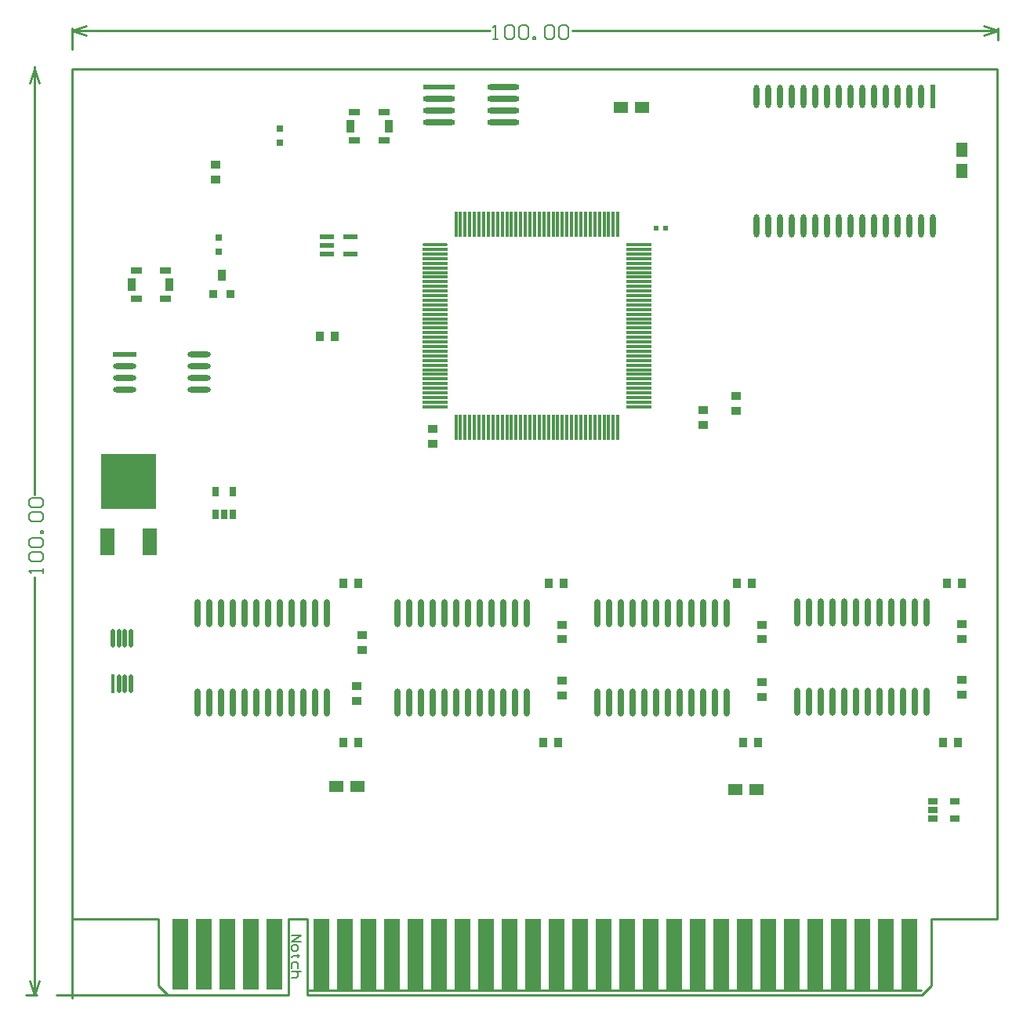
<source format=gtp>
G04*
G04 #@! TF.GenerationSoftware,Altium Limited,CircuitStudio,1.5.2 (30)*
G04*
G04 Layer_Color=7318015*
%FSLAX25Y25*%
%MOIN*%
G70*
G01*
G75*
%ADD10R,0.02362X0.02362*%
%ADD11R,0.06500X0.30000*%
%ADD12R,0.03740X0.03937*%
%ADD13R,0.03937X0.02756*%
%ADD14R,0.13780X0.02362*%
%ADD15O,0.13780X0.02362*%
%ADD16R,0.03600X0.05000*%
%ADD17R,0.03600X0.03600*%
%ADD18O,0.02362X0.09843*%
%ADD19R,0.02362X0.09843*%
%ADD20R,0.03937X0.03740*%
%ADD21R,0.01772X0.07874*%
%ADD22O,0.01772X0.07874*%
%ADD23O,0.02400X0.11937*%
%ADD24R,0.06000X0.05000*%
%ADD25R,0.05000X0.06000*%
%ADD26R,0.03150X0.03150*%
%ADD27R,0.04528X0.02953*%
%ADD28R,0.03543X0.05512*%
%ADD29O,0.09843X0.02362*%
%ADD30R,0.09843X0.02362*%
%ADD31R,0.02756X0.03937*%
%ADD32R,0.01181X0.10827*%
%ADD33R,0.10827X0.01181*%
%ADD34O,0.10827X0.01181*%
%ADD35R,0.06299X0.11811*%
%ADD36R,0.23622X0.23622*%
%ADD37R,0.05906X0.02362*%
%ADD38C,0.01000*%
%ADD45C,0.00800*%
%ADD46C,0.00600*%
D10*
X561484Y1461000D02*
D03*
X557547D02*
D03*
D11*
X625000Y1152500D02*
D03*
X615000D02*
D03*
X605000D02*
D03*
X595000D02*
D03*
X585000D02*
D03*
X575000D02*
D03*
X565000D02*
D03*
X555000D02*
D03*
X545000D02*
D03*
X535000D02*
D03*
X525000D02*
D03*
X515000D02*
D03*
X505000D02*
D03*
X495000D02*
D03*
X485000D02*
D03*
X475000D02*
D03*
X465000D02*
D03*
X455000D02*
D03*
X445000D02*
D03*
X435000D02*
D03*
X425000D02*
D03*
X415000D02*
D03*
X385000D02*
D03*
X375000D02*
D03*
X365000D02*
D03*
X355000D02*
D03*
X635000D02*
D03*
X645000D02*
D03*
X655000D02*
D03*
X665000D02*
D03*
X395000D02*
D03*
D12*
X414350Y1415000D02*
D03*
X420650D02*
D03*
X681201Y1310000D02*
D03*
X687500D02*
D03*
X594500Y1242250D02*
D03*
X600799D02*
D03*
X509500D02*
D03*
X515799D02*
D03*
X598150Y1310000D02*
D03*
X591850D02*
D03*
X511850D02*
D03*
X518150D02*
D03*
X679500Y1242500D02*
D03*
X685799D02*
D03*
X424500Y1310000D02*
D03*
X430799D02*
D03*
Y1242250D02*
D03*
X424500D02*
D03*
D13*
X675000Y1217500D02*
D03*
Y1213760D02*
D03*
Y1210020D02*
D03*
X684449Y1217500D02*
D03*
Y1210020D02*
D03*
D14*
X464937Y1521000D02*
D03*
D15*
Y1516000D02*
D03*
Y1511000D02*
D03*
Y1506000D02*
D03*
X492496Y1521000D02*
D03*
Y1516000D02*
D03*
Y1511000D02*
D03*
Y1506000D02*
D03*
D16*
X372800Y1441000D02*
D03*
D17*
X369000Y1433000D02*
D03*
X376500D02*
D03*
D18*
X600000Y1461882D02*
D03*
X605000D02*
D03*
X610000D02*
D03*
X615000D02*
D03*
X620000D02*
D03*
X625000D02*
D03*
X630000D02*
D03*
X635000D02*
D03*
X640000D02*
D03*
X645000D02*
D03*
X650000D02*
D03*
X655000D02*
D03*
X660000D02*
D03*
X665000D02*
D03*
X670000D02*
D03*
X675000D02*
D03*
X600000Y1517000D02*
D03*
X605000D02*
D03*
X610000D02*
D03*
X615000D02*
D03*
X620000D02*
D03*
X625000D02*
D03*
X630000D02*
D03*
X635000D02*
D03*
X640000D02*
D03*
X645000D02*
D03*
X650000D02*
D03*
X655000D02*
D03*
X660000D02*
D03*
X665000D02*
D03*
X670000D02*
D03*
D19*
X675000D02*
D03*
D20*
X432500Y1288150D02*
D03*
Y1281850D02*
D03*
X517500Y1262500D02*
D03*
Y1268799D02*
D03*
Y1286201D02*
D03*
Y1292500D02*
D03*
X602500Y1261701D02*
D03*
Y1268000D02*
D03*
Y1286201D02*
D03*
Y1292500D02*
D03*
X687500Y1262750D02*
D03*
Y1269049D02*
D03*
Y1286451D02*
D03*
Y1292750D02*
D03*
X430000Y1260000D02*
D03*
Y1266299D02*
D03*
X591500Y1389650D02*
D03*
Y1383350D02*
D03*
X462500Y1369350D02*
D03*
Y1375650D02*
D03*
X370000Y1488150D02*
D03*
Y1481850D02*
D03*
X577500Y1383650D02*
D03*
Y1377350D02*
D03*
D21*
X326437Y1267500D02*
D03*
D22*
X328996D02*
D03*
X331555D02*
D03*
X334114D02*
D03*
X326437Y1286791D02*
D03*
X328996D02*
D03*
X331555D02*
D03*
X334114D02*
D03*
D23*
X367500Y1259500D02*
D03*
X377500D02*
D03*
X382500D02*
D03*
X387500D02*
D03*
X372500D02*
D03*
X397500D02*
D03*
X392500D02*
D03*
X402500D02*
D03*
X417500D02*
D03*
X412500D02*
D03*
X407500D02*
D03*
X372500Y1297500D02*
D03*
X377500D02*
D03*
X382500D02*
D03*
X387500D02*
D03*
X392500D02*
D03*
X397500D02*
D03*
X402500D02*
D03*
X407500D02*
D03*
X412500D02*
D03*
X362500Y1259500D02*
D03*
Y1297500D02*
D03*
X367500D02*
D03*
X417500D02*
D03*
X622500Y1259750D02*
D03*
X632500D02*
D03*
X637500D02*
D03*
X642500D02*
D03*
X627500D02*
D03*
X652500D02*
D03*
X647500D02*
D03*
X657500D02*
D03*
X672500D02*
D03*
X667500D02*
D03*
X662500D02*
D03*
X627500Y1297750D02*
D03*
X632500D02*
D03*
X637500D02*
D03*
X642500D02*
D03*
X647500D02*
D03*
X652500D02*
D03*
X657500D02*
D03*
X662500D02*
D03*
X667500D02*
D03*
X617500Y1259750D02*
D03*
Y1297750D02*
D03*
X622500D02*
D03*
X672500D02*
D03*
X537500Y1259500D02*
D03*
X547500D02*
D03*
X552500D02*
D03*
X557500D02*
D03*
X542500D02*
D03*
X567500D02*
D03*
X562500D02*
D03*
X572500D02*
D03*
X587500D02*
D03*
X582500D02*
D03*
X577500D02*
D03*
X542500Y1297500D02*
D03*
X547500D02*
D03*
X552500D02*
D03*
X557500D02*
D03*
X562500D02*
D03*
X567500D02*
D03*
X572500D02*
D03*
X577500D02*
D03*
X582500D02*
D03*
X532500Y1259500D02*
D03*
Y1297500D02*
D03*
X537500D02*
D03*
X587500D02*
D03*
X502500D02*
D03*
X452500D02*
D03*
X447500D02*
D03*
Y1259500D02*
D03*
X497500Y1297500D02*
D03*
X492500D02*
D03*
X487500D02*
D03*
X482500D02*
D03*
X477500D02*
D03*
X472500D02*
D03*
X467500D02*
D03*
X462500D02*
D03*
X457500D02*
D03*
X492500Y1259500D02*
D03*
X497500D02*
D03*
X502500D02*
D03*
X487500D02*
D03*
X477500D02*
D03*
X482500D02*
D03*
X457500D02*
D03*
X472500D02*
D03*
X467500D02*
D03*
X462500D02*
D03*
X452500D02*
D03*
D24*
X430437Y1223563D02*
D03*
X421437D02*
D03*
X542437Y1512500D02*
D03*
X551437D02*
D03*
X591000Y1222500D02*
D03*
X600000D02*
D03*
D25*
X687437Y1494437D02*
D03*
Y1485437D02*
D03*
D26*
X397500Y1503405D02*
D03*
Y1497500D02*
D03*
X371500Y1456905D02*
D03*
Y1451000D02*
D03*
D27*
X348701Y1443004D02*
D03*
X336299D02*
D03*
Y1430996D02*
D03*
X348701D02*
D03*
X429173Y1498496D02*
D03*
X441575D02*
D03*
Y1510504D02*
D03*
X429173D02*
D03*
D28*
X334232Y1437000D02*
D03*
X350374D02*
D03*
X443642Y1504500D02*
D03*
X427500D02*
D03*
D29*
X362933Y1392500D02*
D03*
Y1397500D02*
D03*
Y1402500D02*
D03*
Y1407500D02*
D03*
X331437Y1392500D02*
D03*
Y1397500D02*
D03*
Y1402500D02*
D03*
D30*
Y1407500D02*
D03*
D31*
X370000Y1339500D02*
D03*
X373740D02*
D03*
X377480D02*
D03*
X370000Y1348949D02*
D03*
X377480D02*
D03*
D32*
X472244Y1462854D02*
D03*
X474213D02*
D03*
X476181D02*
D03*
X478150D02*
D03*
X480118D02*
D03*
X482087D02*
D03*
X484055D02*
D03*
X486024D02*
D03*
X487992D02*
D03*
X489961D02*
D03*
X491929D02*
D03*
X493898D02*
D03*
X495866D02*
D03*
X497835D02*
D03*
X499803D02*
D03*
X501772D02*
D03*
X503740D02*
D03*
X505709D02*
D03*
X507677D02*
D03*
X509646D02*
D03*
X511614D02*
D03*
X513583D02*
D03*
X515551D02*
D03*
X517520D02*
D03*
X519488D02*
D03*
X521457D02*
D03*
X523425D02*
D03*
X525394D02*
D03*
X527362D02*
D03*
X529331D02*
D03*
X531299D02*
D03*
X533268D02*
D03*
X535236D02*
D03*
X537205D02*
D03*
X539173D02*
D03*
X541142D02*
D03*
Y1376240D02*
D03*
X539173D02*
D03*
X537205D02*
D03*
X535236D02*
D03*
X533268D02*
D03*
X531299D02*
D03*
X529331D02*
D03*
X527362D02*
D03*
X525394D02*
D03*
X523425D02*
D03*
X521457D02*
D03*
X519488D02*
D03*
X517520D02*
D03*
X515551D02*
D03*
X513583D02*
D03*
X511614D02*
D03*
X509646D02*
D03*
X507677D02*
D03*
X505709D02*
D03*
X503740D02*
D03*
X501772D02*
D03*
X499803D02*
D03*
X497835D02*
D03*
X495866D02*
D03*
X493898D02*
D03*
X491929D02*
D03*
X489961D02*
D03*
X487992D02*
D03*
X486024D02*
D03*
X484055D02*
D03*
X482087D02*
D03*
X480118D02*
D03*
X478150D02*
D03*
X476181D02*
D03*
X474213D02*
D03*
X472244D02*
D03*
D33*
X550000Y1453996D02*
D03*
Y1452027D02*
D03*
Y1450059D02*
D03*
Y1448090D02*
D03*
Y1446122D02*
D03*
Y1444153D02*
D03*
Y1442185D02*
D03*
Y1440217D02*
D03*
Y1438248D02*
D03*
Y1436279D02*
D03*
Y1434311D02*
D03*
Y1432342D02*
D03*
Y1430374D02*
D03*
Y1428405D02*
D03*
Y1426437D02*
D03*
Y1424468D02*
D03*
Y1422500D02*
D03*
Y1420531D02*
D03*
Y1418563D02*
D03*
Y1416594D02*
D03*
Y1414626D02*
D03*
Y1412658D02*
D03*
Y1410689D02*
D03*
Y1408720D02*
D03*
Y1406752D02*
D03*
Y1404784D02*
D03*
Y1402815D02*
D03*
Y1400846D02*
D03*
Y1398878D02*
D03*
Y1396909D02*
D03*
Y1394941D02*
D03*
Y1392972D02*
D03*
Y1391004D02*
D03*
Y1389035D02*
D03*
Y1387067D02*
D03*
Y1385098D02*
D03*
X463386D02*
D03*
Y1387067D02*
D03*
Y1389035D02*
D03*
Y1391004D02*
D03*
Y1392972D02*
D03*
Y1394941D02*
D03*
Y1396909D02*
D03*
Y1398878D02*
D03*
Y1400846D02*
D03*
Y1402815D02*
D03*
Y1404784D02*
D03*
Y1406752D02*
D03*
Y1408720D02*
D03*
Y1410689D02*
D03*
Y1412658D02*
D03*
Y1414626D02*
D03*
Y1416594D02*
D03*
Y1418563D02*
D03*
Y1420531D02*
D03*
Y1422500D02*
D03*
Y1424468D02*
D03*
Y1426437D02*
D03*
Y1428405D02*
D03*
Y1430374D02*
D03*
Y1432342D02*
D03*
Y1434311D02*
D03*
Y1436279D02*
D03*
Y1438248D02*
D03*
Y1440217D02*
D03*
Y1442185D02*
D03*
Y1444153D02*
D03*
Y1446122D02*
D03*
Y1448090D02*
D03*
Y1450059D02*
D03*
Y1452027D02*
D03*
D34*
Y1453996D02*
D03*
D35*
X342165Y1327775D02*
D03*
X324055D02*
D03*
D36*
X333110Y1353366D02*
D03*
D37*
X417500Y1457500D02*
D03*
Y1453760D02*
D03*
Y1450020D02*
D03*
X427343Y1457500D02*
D03*
Y1450020D02*
D03*
D38*
X308937Y1537126D02*
Y1546000D01*
X702638Y1541063D02*
Y1546000D01*
X308937Y1545000D02*
X486592D01*
X521782D02*
X702638D01*
X308937D02*
X314937Y1543000D01*
X308937Y1545000D02*
X314937Y1547000D01*
X696638D02*
X702638Y1545000D01*
X696638Y1543000D02*
X702638Y1545000D01*
X293189Y1527701D02*
Y1529701D01*
X289252Y1135000D02*
X294189D01*
X293189Y1347845D02*
Y1528701D01*
Y1135000D02*
Y1312656D01*
X291189Y1522701D02*
X293189Y1528701D01*
X295189Y1522701D01*
X293189Y1135000D02*
X295189Y1141000D01*
X291189D02*
X293189Y1135000D01*
X409000Y1137000D02*
X670000D01*
X409000D02*
Y1167500D01*
X350000Y1135000D02*
X401000D01*
Y1137000D02*
Y1167500D01*
X409000D01*
X302500Y1135000D02*
X349700D01*
X308937Y1133563D02*
Y1167500D01*
X345700Y1139000D02*
X349700Y1135000D01*
X670300D02*
X674300Y1139000D01*
X345700D02*
Y1167500D01*
X308937D02*
X345700D01*
X674300Y1139000D02*
Y1167500D01*
X702500D01*
X308937D02*
Y1528701D01*
X702500D01*
Y1167500D02*
Y1528701D01*
X401000Y1135000D02*
Y1167500D01*
X409000Y1135000D02*
Y1167500D01*
X349700Y1135000D02*
X401000D01*
X409000D02*
X670300D01*
X401000Y1167500D02*
X409000D01*
D45*
X402500Y1160500D02*
X406499D01*
X402500Y1157834D01*
X406499D01*
X402500Y1155835D02*
Y1154502D01*
X403166Y1153835D01*
X404499D01*
X405166Y1154502D01*
Y1155835D01*
X404499Y1156501D01*
X403166D01*
X402500Y1155835D01*
X405832Y1151836D02*
X405166D01*
Y1152503D01*
Y1151170D01*
Y1151836D01*
X403166D01*
X402500Y1151170D01*
X405166Y1146504D02*
Y1148504D01*
X404499Y1149170D01*
X403166D01*
X402500Y1148504D01*
Y1146504D01*
X406499Y1145172D02*
X402500D01*
X404499D01*
X405166Y1144505D01*
Y1143172D01*
X404499Y1142506D01*
X402500D01*
D46*
X488193Y1541401D02*
X490192D01*
X489192D01*
Y1547399D01*
X488193Y1546399D01*
X493191D02*
X494191Y1547399D01*
X496190D01*
X497190Y1546399D01*
Y1542401D01*
X496190Y1541401D01*
X494191D01*
X493191Y1542401D01*
Y1546399D01*
X499189D02*
X500189Y1547399D01*
X502188D01*
X503188Y1546399D01*
Y1542401D01*
X502188Y1541401D01*
X500189D01*
X499189Y1542401D01*
Y1546399D01*
X505187Y1541401D02*
Y1542401D01*
X506187D01*
Y1541401D01*
X505187D01*
X510185Y1546399D02*
X511185Y1547399D01*
X513184D01*
X514184Y1546399D01*
Y1542401D01*
X513184Y1541401D01*
X511185D01*
X510185Y1542401D01*
Y1546399D01*
X516184D02*
X517183Y1547399D01*
X519182D01*
X520182Y1546399D01*
Y1542401D01*
X519182Y1541401D01*
X517183D01*
X516184Y1542401D01*
Y1546399D01*
X296788Y1314256D02*
Y1316255D01*
Y1315255D01*
X290790D01*
X291790Y1314256D01*
Y1319254D02*
X290790Y1320254D01*
Y1322253D01*
X291790Y1323253D01*
X295788D01*
X296788Y1322253D01*
Y1320254D01*
X295788Y1319254D01*
X291790D01*
Y1325252D02*
X290790Y1326252D01*
Y1328251D01*
X291790Y1329251D01*
X295788D01*
X296788Y1328251D01*
Y1326252D01*
X295788Y1325252D01*
X291790D01*
X296788Y1331250D02*
X295788D01*
Y1332250D01*
X296788D01*
Y1331250D01*
X291790Y1336248D02*
X290790Y1337248D01*
Y1339247D01*
X291790Y1340247D01*
X295788D01*
X296788Y1339247D01*
Y1337248D01*
X295788Y1336248D01*
X291790D01*
Y1342247D02*
X290790Y1343246D01*
Y1345245D01*
X291790Y1346245D01*
X295788D01*
X296788Y1345245D01*
Y1343246D01*
X295788Y1342247D01*
X291790D01*
M02*

</source>
